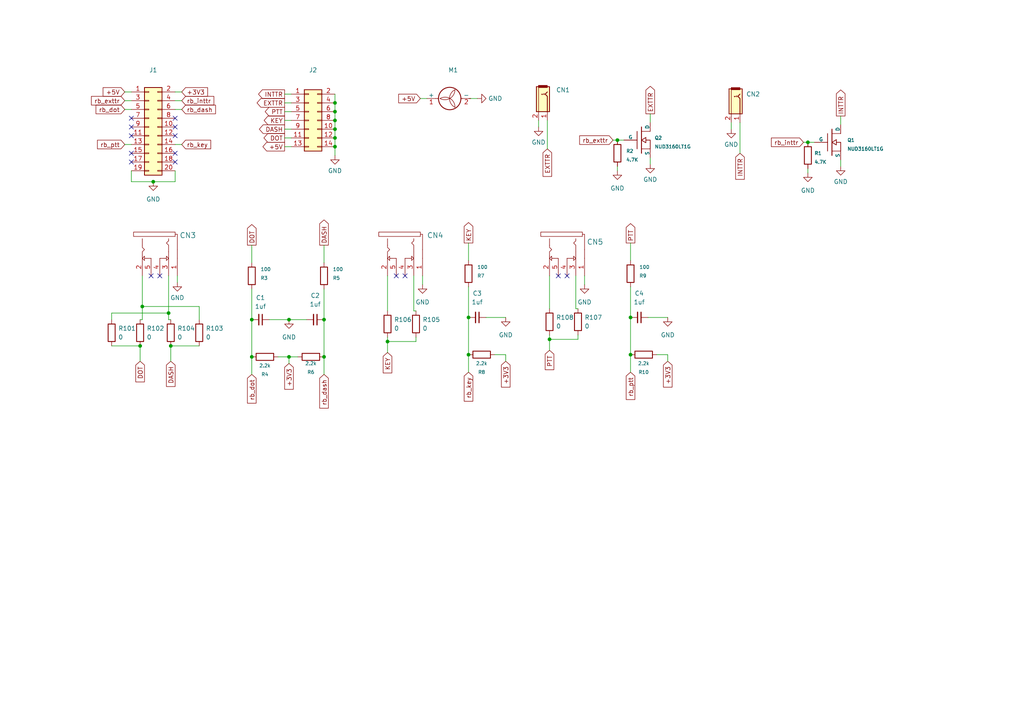
<source format=kicad_sch>
(kicad_sch (version 20211123) (generator eeschema)
  (paper "A4")
  (title_block (title "Radioberry 2 I/O") (date "2022-01-27") (rev "1.0") (company "KD9S"))
  (lib_symbols
    (symbol "Connector_Generic:Conn_02x07_Odd_Even" (pin_names (offset 1.016) hide)
      (property "Reference" "J" (at 1.27 10.16 0))
      (property "Value" "Conn_02x07_Odd_Even" (at 1.27 -10.16 0))
      (symbol "Conn_02x07_Odd_Even_1_1"
        (rectangle (start -1.27 -7.493) (end 0 -7.747) (stroke (width 0.1524)))
        (rectangle (start -1.27 -4.953) (end 0 -5.207) (stroke (width 0.1524)))
        (rectangle (start -1.27 -2.413) (end 0 -2.667) (stroke (width 0.1524)))
        (rectangle (start -1.27 0.127) (end 0 -0.127) (stroke (width 0.1524)))
        (rectangle (start -1.27 2.667) (end 0 2.413) (stroke (width 0.1524)))
        (rectangle (start -1.27 5.207) (end 0 4.953) (stroke (width 0.1524)))
        (rectangle (start -1.27 7.747) (end 0 7.493) (stroke (width 0.1524)))
        (rectangle (start -1.27 8.89) (end 3.81 -8.89) (stroke (width 0.254)) (fill (type background)))
        (rectangle (start 3.81 -7.493) (end 2.54 -7.747) (stroke (width 0.1524)))
        (rectangle (start 3.81 -4.953) (end 2.54 -5.207) (stroke (width 0.1524)))
        (rectangle (start 3.81 -2.413) (end 2.54 -2.667) (stroke (width 0.1524)))
        (rectangle (start 3.81 0.127) (end 2.54 -0.127) (stroke (width 0.1524)))
        (rectangle (start 3.81 2.667) (end 2.54 2.413) (stroke (width 0.1524)))
        (rectangle (start 3.81 5.207) (end 2.54 4.953) (stroke (width 0.1524)))
        (rectangle (start 3.81 7.747) (end 2.54 7.493) (stroke (width 0.1524)))
        (pin passive line (at -5.08 7.62 0) (length 3.81) (name "Pin_1") (number "1"))
        (pin passive line (at 7.62 -2.54 180) (length 3.81) (name "Pin_10") (number "10"))
        (pin passive line (at -5.08 -5.08 0) (length 3.81) (name "Pin_11") (number "11"))
        (pin passive line (at 7.62 -5.08 180) (length 3.81) (name "Pin_12") (number "12"))
        (pin passive line (at -5.08 -7.62 0) (length 3.81) (name "Pin_13") (number "13"))
        (pin passive line (at 7.62 -7.62 180) (length 3.81) (name "Pin_14") (number "14"))
        (pin passive line (at 7.62 7.62 180) (length 3.81) (name "Pin_2") (number "2"))
        (pin passive line (at -5.08 5.08 0) (length 3.81) (name "Pin_3") (number "3"))
        (pin passive line (at 7.62 5.08 180) (length 3.81) (name "Pin_4") (number "4"))
        (pin passive line (at -5.08 2.54 0) (length 3.81) (name "Pin_5") (number "5"))
        (pin passive line (at 7.62 2.54 180) (length 3.81) (name "Pin_6") (number "6"))
        (pin passive line (at -5.08 0 0) (length 3.81) (name "Pin_7") (number "7"))
        (pin passive line (at 7.62 0 180) (length 3.81) (name "Pin_8") (number "8"))
        (pin passive line (at -5.08 -2.54 0) (length 3.81) (name "Pin_9") (number "9"))
      )
    )
    (symbol "Connector_Generic:Conn_02x10_Odd_Even" (pin_names (offset 1.016) hide)
      (property "Reference" "J" (at 1.27 12.7 0))
      (property "Value" "Conn_02x10_Odd_Even" (at 1.27 -15.24 0))
      (symbol "Conn_02x10_Odd_Even_1_1"
        (rectangle (start -1.27 -12.573) (end 0 -12.827) (stroke (width 0.1524)))
        (rectangle (start -1.27 -10.033) (end 0 -10.287) (stroke (width 0.1524)))
        (rectangle (start -1.27 -7.493) (end 0 -7.747) (stroke (width 0.1524)))
        (rectangle (start -1.27 -4.953) (end 0 -5.207) (stroke (width 0.1524)))
        (rectangle (start -1.27 -2.413) (end 0 -2.667) (stroke (width 0.1524)))
        (rectangle (start -1.27 0.127) (end 0 -0.127) (stroke (width 0.1524)))
        (rectangle (start -1.27 2.667) (end 0 2.413) (stroke (width 0.1524)))
        (rectangle (start -1.27 5.207) (end 0 4.953) (stroke (width 0.1524)))
        (rectangle (start -1.27 7.747) (end 0 7.493) (stroke (width 0.1524)))
        (rectangle (start -1.27 10.287) (end 0 10.033) (stroke (width 0.1524)))
        (rectangle (start -1.27 11.43) (end 3.81 -13.97) (stroke (width 0.254)) (fill (type background)))
        (rectangle (start 3.81 -12.573) (end 2.54 -12.827) (stroke (width 0.1524)))
        (rectangle (start 3.81 -10.033) (end 2.54 -10.287) (stroke (width 0.1524)))
        (rectangle (start 3.81 -7.493) (end 2.54 -7.747) (stroke (width 0.1524)))
        (rectangle (start 3.81 -4.953) (end 2.54 -5.207) (stroke (width 0.1524)))
        (rectangle (start 3.81 -2.413) (end 2.54 -2.667) (stroke (width 0.1524)))
        (rectangle (start 3.81 0.127) (end 2.54 -0.127) (stroke (width 0.1524)))
        (rectangle (start 3.81 2.667) (end 2.54 2.413) (stroke (width 0.1524)))
        (rectangle (start 3.81 5.207) (end 2.54 4.953) (stroke (width 0.1524)))
        (rectangle (start 3.81 7.747) (end 2.54 7.493) (stroke (width 0.1524)))
        (rectangle (start 3.81 10.287) (end 2.54 10.033) (stroke (width 0.1524)))
        (pin passive line (at -5.08 10.16 0) (length 3.81) (name "Pin_1") (number "1"))
        (pin passive line (at 7.62 0 180) (length 3.81) (name "Pin_10") (number "10"))
        (pin passive line (at -5.08 -2.54 0) (length 3.81) (name "Pin_11") (number "11"))
        (pin passive line (at 7.62 -2.54 180) (length 3.81) (name "Pin_12") (number "12"))
        (pin passive line (at -5.08 -5.08 0) (length 3.81) (name "Pin_13") (number "13"))
        (pin passive line (at 7.62 -5.08 180) (length 3.81) (name "Pin_14") (number "14"))
        (pin passive line (at -5.08 -7.62 0) (length 3.81) (name "Pin_15") (number "15"))
        (pin passive line (at 7.62 -7.62 180) (length 3.81) (name "Pin_16") (number "16"))
        (pin passive line (at -5.08 -10.16 0) (length 3.81) (name "Pin_17") (number "17"))
        (pin passive line (at 7.62 -10.16 180) (length 3.81) (name "Pin_18") (number "18"))
        (pin passive line (at -5.08 -12.7 0) (length 3.81) (name "Pin_19") (number "19"))
        (pin passive line (at 7.62 10.16 180) (length 3.81) (name "Pin_2") (number "2"))
        (pin passive line (at 7.62 -12.7 180) (length 3.81) (name "Pin_20") (number "20"))
        (pin passive line (at -5.08 7.62 0) (length 3.81) (name "Pin_3") (number "3"))
        (pin passive line (at 7.62 7.62 180) (length 3.81) (name "Pin_4") (number "4"))
        (pin passive line (at -5.08 5.08 0) (length 3.81) (name "Pin_5") (number "5"))
        (pin passive line (at 7.62 5.08 180) (length 3.81) (name "Pin_6") (number "6"))
        (pin passive line (at -5.08 2.54 0) (length 3.81) (name "Pin_7") (number "7"))
        (pin passive line (at 7.62 2.54 180) (length 3.81) (name "Pin_8") (number "8"))
        (pin passive line (at -5.08 0 0) (length 3.81) (name "Pin_9") (number "9"))
      )
    )
    (symbol "Device:C_Small" (pin_numbers hide) (pin_names (offset 0.254) hide)
      (property "Reference" "C" (at 0.254 1.778 0))
      (property "Value" "C_Small" (at 0.254 -2.032 0))
      (symbol "C_Small_0_1"
        (polyline (pts (xy -1.524 -0.508) (xy 1.524 -0.508)) (stroke (width 0.3302)))
        (polyline (pts (xy -1.524 0.508) (xy 1.524 0.508)) (stroke (width 0.3048)))
      )
      (symbol "C_Small_1_1"
        (pin passive line (at 0 2.54 270) (length 2.032) (name "~") (number "1"))
        (pin passive line (at 0 -2.54 90) (length 2.032) (name "~") (number "2"))
      )
    )
    (symbol "Device:R" (pin_numbers hide) (pin_names (offset 0))
      (property "Reference" "R" (at 2.032 0 90))
      (property "Value" "R" (at 0 0 90))
      (symbol "R_0_1"
        (rectangle (start -1.016 -2.54) (end 1.016 2.54) (stroke (width 0.254)))
      )
      (symbol "R_1_1"
        (pin passive line (at 0 3.81 270) (length 1.27) (name "~") (number "1"))
        (pin passive line (at 0 -3.81 90) (length 1.27) (name "~") (number "2"))
      )
    )
    (symbol "Motor:Fan" (pin_names (offset 0))
      (property "Reference" "M" (at 2.54 5.08 0))
      (property "Value" "Fan" (at 2.54 -2.54 0))
      (symbol "Fan_0_1"
        (arc (start -2.54 -0.508) (mid -0.0014 0.9048) (end 0 3.81))
        (polyline (pts (xy 0 -5.08) (xy 0 -4.572)))
        (polyline (pts (xy 0 -2.2352) (xy 0 -2.6416)))
        (polyline (pts (xy 0 4.2672) (xy 0 4.6228)))
        (polyline (pts (xy 0 4.572) (xy 0 5.08)))
        (circle (center 0 1.016) (radius 3.2512) (stroke (width 0.254)))
        (arc (start 0 3.81) (mid 0.0468 0.9315) (end 2.54 -0.508))
        (arc (start 2.54 -0.508) (mid 0 1.0618) (end -2.54 -0.508))
      )
      (symbol "Fan_1_1"
        (pin passive line (at 0 7.62 270) (length 2.54) (name "+") (number "1"))
        (pin passive line (at 0 -5.08 90) (length 2.54) (name "-") (number "2"))
      )
    )
    (symbol "Radioberry-I-O:Audio-Jack-2" (pin_names (offset 1.016))
      (property "Reference" "J" (at -0.635 1.905 0))
      (property "Value" "Audio-Jack-2" (at -0.635 -4.445 0))
      (symbol "Audio-Jack-2_0_0"
        (text "1" (at -2.54 -1.27 0) (effects (font (size 0.762 0.762))))
      )
      (symbol "Audio-Jack-2_0_1"
        (rectangle (start -4.699 0.635) (end 2.54 -3.175) (stroke (width 0.254)) (fill (type background)))
        (rectangle (start -4.445 -2.54) (end -5.08 0) (fill (type outline)))
        (polyline (pts (xy 2.54 -2.54) (xy -5.08 -2.54)))
        (polyline (pts (xy 2.54 0) (xy -1.905 0) (xy -2.54 -0.635) (xy -3.175 0)) (stroke (width 0.254)))
      )
      (symbol "Audio-Jack-2_1_1"
        (pin passive line (at 5.08 0 180) (length 2.54) (name "~") (number "1"))
        (pin passive line (at 5.08 -2.54 180) (length 2.54) (name "~") (number "2"))
      )
    )
    (symbol "Radioberry-I-O:MOSFET_N" (pin_numbers hide) (pin_names (offset 0))
      (property "Reference" "Q202" (at 0 -5.08 0))
      (property "Value" "MOSFET_N" (at 0.635 5.08 0))
      (symbol "MOSFET_N_0_1"
        (polyline (pts (xy -1.27 -2.54) (xy -1.27 2.54)) (stroke (width 0.2032)))
        (polyline (pts (xy 0 -3.81) (xy 0 3.81)) (stroke (width 0.254)))
        (polyline (pts (xy 2.54 -2.54) (xy 0 -2.54)))
        (polyline (pts (xy 2.54 2.54) (xy 0 2.54)))
        (polyline (pts (xy 2.54 -2.54) (xy 2.54 0) (xy 1.27 0)) (stroke (width 0.2032)))
        (polyline (pts (xy 1.27 0.762) (xy 1.27 -0.762) (xy 0 0) (xy 1.27 0.762) (xy 1.27 0.762)) (stroke (width 0.2032)))
      )
      (symbol "MOSFET_N_1_1"
        (pin input line (at -5.08 0 0) (length 3.81) (name "G") (number "1"))
        (pin passive line (at 2.54 -5.08 90) (length 2.54) (name "S") (number "2"))
        (pin passive line (at 2.54 5.08 270) (length 2.54) (name "D") (number "3"))
      )
    )
    (symbol "Radioberry-I-O:RC0603FR-074K7L" (pin_numbers hide) (pin_names (offset 0))
      (property "Reference" "R216" (at -3.81 -0.635 0))
      (property "Value" "RC0603FR-074K7L" (at -0.1778 -0.0254 90))
      (symbol "RC0603FR-074K7L_0_1"
        (rectangle (start -1.016 -2.54) (end 1.016 2.54) (stroke (width 0.254)))
      )
      (symbol "RC0603FR-074K7L_1_1"
        (pin passive line (at 0 3.81 270) (length 1.27) (name "~") (number "1"))
        (pin passive line (at 0 -3.81 90) (length 1.27) (name "~") (number "2"))
      )
    )
    (symbol "Radioberry-I-O:STEREO" (pin_names (offset 1.016))
      (property "Reference" "CN" (at 0 0 0))
      (property "Value" "STEREO" (at 0 15.875 0))
      (symbol "STEREO_0_1"
        (polyline (pts (xy -5.08 10.16) (xy -5.715 10.16)))
        (polyline (pts (xy -3.81 2.54) (xy -5.715 2.54)))
        (polyline (pts (xy -2.54 12.7) (xy 0 12.7)))
        (polyline (pts (xy -1.905 10.16) (xy 0 10.16)))
        (polyline (pts (xy -0.635 2.54) (xy 0 2.54)))
        (polyline (pts (xy 0 3.81) (xy 0 5.08)))
        (polyline (pts (xy 0 8.89) (xy 0 7.62)))
        (polyline (pts (xy 0 9.525) (xy 0 8.89)))
        (polyline (pts (xy -5.08 10.16) (xy -4.445 9.525) (xy -3.81 10.16) (xy -1.905 10.16)))
        (polyline (pts (xy -0.635 2.54) (xy -1.905 2.54) (xy -2.54 3.175) (xy -3.175 2.54) (xy -3.81 2.54)))
        (polyline (pts (xy 0 10.16) (xy -0.635 9.525) (xy 0 9.525) (xy 0.635 9.525) (xy 0 10.16)))
        (polyline (pts (xy 0 3.81) (xy 0 3.175) (xy 0.635 3.175) (xy 0 2.54) (xy -0.635 3.175) (xy 0 3.175)))
        (polyline (pts (xy -2.54 12.7) (xy -6.35 12.7) (xy -6.985 12.7) (xy -6.985 12.065) (xy -6.35 12.065) (xy -6.35 0) (xy -6.985 0) (xy -7.62 0) (xy -7.62 12.065) (xy -6.985 12.065)))
      )
      (symbol "STEREO_1_1"
        (pin input line (at 5.08 12.7 180) (length 5.08) (name "~") (number "1"))
        (pin input line (at 5.08 2.54 180) (length 5.08) (name "~") (number "2"))
        (pin input line (at 5.08 10.16 180) (length 5.08) (name "~") (number "3"))
        (pin input line (at 5.08 7.62 180) (length 5.08) (name "~") (number "4"))
        (pin input line (at 5.08 5.08 180) (length 5.08) (name "~") (number "5"))
      )
    )
    (symbol "power:GND" (power) (pin_names (offset 0))
      (property "Value" "GND" (at 0 -3.81 0))
      (symbol "GND_0_1"
        (polyline (pts (xy 0 0) (xy 0 -1.27) (xy 1.27 -1.27) (xy 0 -2.54) (xy -1.27 -1.27) (xy 0 -1.27)))
      )
      (symbol "GND_1_1"
        (pin power_in line (at 0 0 270) (length 0) hide (name "GND") (number "1"))
      )
    )
  )
  (junction (at 159.385 98.425))
  (junction (at 97.155 42.545))
  (junction (at 97.155 37.465))
  (junction (at 135.89 102.87))
  (junction (at 112.395 99.06))
  (junction (at 97.155 29.845))
  (junction (at 49.53 100.33))
  (junction (at 93.98 92.71))
  (junction (at 97.155 40.005))
  (junction (at 97.155 32.385))
  (junction (at 182.88 92.075))
  (junction (at 83.82 92.71))
  (junction (at 83.82 103.505))
  (junction (at 182.88 102.87))
  (junction (at 40.64 100.33))
  (junction (at 73.025 103.505))
  (junction (at 41.275 88.9))
  (junction (at 44.45 52.705))
  (junction (at 234.315 41.275))
  (junction (at 48.895 90.805))
  (junction (at 179.07 40.64))
  (junction (at 97.155 34.925))
  (junction (at 135.89 92.075))
  (junction (at 93.98 103.505))
  (junction (at 73.025 92.71))
  (no_connect (at 38.1 34.29))
  (no_connect (at 38.1 46.99))
  (no_connect (at 38.1 44.45))
  (no_connect (at 38.1 39.37))
  (no_connect (at 38.1 36.83))
  (no_connect (at 50.8 46.99))
  (no_connect (at 50.8 44.45))
  (no_connect (at 50.8 36.83))
  (no_connect (at 50.8 39.37))
  (no_connect (at 50.8 34.29))
  (no_connect (at 43.815 80.01))
  (no_connect (at 46.355 80.01))
  (no_connect (at 161.925 80.01))
  (no_connect (at 164.465 80.01))
  (no_connect (at 117.475 80.01))
  (no_connect (at 114.935 80.01))
  (wire (pts (xy 156.21 34.925) (xy 156.21 36.83)))
  (wire (pts (xy 120.015 90.17) (xy 120.65 90.17)))
  (wire (pts (xy 167.64 98.425) (xy 159.385 98.425)))
  (wire (pts (xy 82.55 37.465) (xy 84.455 37.465)))
  (wire (pts (xy 97.155 42.545) (xy 97.155 45.085)))
  (wire (pts (xy 214.63 35.56) (xy 214.63 44.45)))
  (wire (pts (xy 38.1 49.53) (xy 38.1 52.705)))
  (wire (pts (xy 40.64 100.33) (xy 40.64 104.775)))
  (wire (pts (xy 32.385 100.33) (xy 40.64 100.33)))
  (wire (pts (xy 169.545 80.01) (xy 169.545 82.55)))
  (wire (pts (xy 234.315 41.275) (xy 236.22 41.275)))
  (wire (pts (xy 57.785 88.9) (xy 41.275 88.9)))
  (wire (pts (xy 120.65 97.79) (xy 120.65 99.06)))
  (wire (pts (xy 82.55 27.305) (xy 84.455 27.305)))
  (wire (pts (xy 122.555 80.01) (xy 122.555 82.55)))
  (wire (pts (xy 97.155 29.845) (xy 97.155 32.385)))
  (wire (pts (xy 188.595 45.72) (xy 188.595 47.625)))
  (wire (pts (xy 57.785 92.71) (xy 57.785 88.9)))
  (wire (pts (xy 179.07 40.64) (xy 180.975 40.64)))
  (wire (pts (xy 135.89 83.185) (xy 135.89 92.075)))
  (wire (pts (xy 73.025 83.82) (xy 73.025 92.71)))
  (wire (pts (xy 41.275 88.9) (xy 41.275 92.71)))
  (wire (pts (xy 49.53 100.33) (xy 57.785 100.33)))
  (wire (pts (xy 83.82 103.505) (xy 83.82 105.41)))
  (wire (pts (xy 38.1 52.705) (xy 44.45 52.705)))
  (wire (pts (xy 158.75 34.925) (xy 158.75 43.18)))
  (wire (pts (xy 182.88 83.185) (xy 182.88 92.075)))
  (wire (pts (xy 50.8 31.75) (xy 52.705 31.75)))
  (wire (pts (xy 78.105 92.71) (xy 83.82 92.71)))
  (wire (pts (xy 32.385 92.71) (xy 32.385 90.805)))
  (wire (pts (xy 97.155 40.005) (xy 97.155 42.545)))
  (wire (pts (xy 93.98 83.82) (xy 93.98 92.71)))
  (wire (pts (xy 48.895 90.805) (xy 48.895 92.71)))
  (wire (pts (xy 73.025 103.505) (xy 73.025 108.585)))
  (wire (pts (xy 112.395 80.01) (xy 112.395 90.17)))
  (wire (pts (xy 97.155 37.465) (xy 97.155 40.005)))
  (wire (pts (xy 41.275 92.71) (xy 40.64 92.71)))
  (wire (pts (xy 177.8 40.64) (xy 179.07 40.64)))
  (wire (pts (xy 146.685 102.87) (xy 146.685 104.775)))
  (wire (pts (xy 179.07 48.26) (xy 179.07 49.53)))
  (wire (pts (xy 93.98 103.505) (xy 93.98 108.585)))
  (wire (pts (xy 82.55 40.005) (xy 84.455 40.005)))
  (wire (pts (xy 82.55 34.925) (xy 84.455 34.925)))
  (wire (pts (xy 182.88 70.485) (xy 182.88 75.565)))
  (wire (pts (xy 182.88 102.87) (xy 182.88 107.95)))
  (wire (pts (xy 243.84 46.355) (xy 243.84 48.26)))
  (wire (pts (xy 135.89 102.87) (xy 135.89 107.95)))
  (wire (pts (xy 187.96 92.075) (xy 193.675 92.075)))
  (wire (pts (xy 49.53 100.33) (xy 49.53 104.775)))
  (wire (pts (xy 41.275 80.01) (xy 41.275 88.9)))
  (wire (pts (xy 190.5 102.87) (xy 193.675 102.87)))
  (wire (pts (xy 36.195 31.75) (xy 38.1 31.75)))
  (wire (pts (xy 93.98 71.12) (xy 93.98 76.2)))
  (wire (pts (xy 50.8 49.53) (xy 50.8 52.705)))
  (wire (pts (xy 159.385 98.425) (xy 159.385 101.6)))
  (wire (pts (xy 97.155 34.925) (xy 97.155 37.465)))
  (wire (pts (xy 135.89 70.485) (xy 135.89 75.565)))
  (wire (pts (xy 36.195 26.67) (xy 38.1 26.67)))
  (wire (pts (xy 48.895 92.71) (xy 49.53 92.71)))
  (wire (pts (xy 182.88 92.075) (xy 182.88 102.87)))
  (wire (pts (xy 159.385 80.01) (xy 159.385 89.535)))
  (wire (pts (xy 82.55 29.845) (xy 84.455 29.845)))
  (wire (pts (xy 233.045 41.275) (xy 234.315 41.275)))
  (wire (pts (xy 97.155 27.305) (xy 97.155 29.845)))
  (wire (pts (xy 159.385 97.155) (xy 159.385 98.425)))
  (wire (pts (xy 212.09 35.56) (xy 212.09 37.465)))
  (wire (pts (xy 167.005 80.01) (xy 167.005 89.535)))
  (wire (pts (xy 112.395 97.79) (xy 112.395 99.06)))
  (wire (pts (xy 143.51 102.87) (xy 146.685 102.87)))
  (wire (pts (xy 48.895 80.01) (xy 48.895 90.805)))
  (wire (pts (xy 120.015 80.01) (xy 120.015 90.17)))
  (wire (pts (xy 97.155 32.385) (xy 97.155 34.925)))
  (wire (pts (xy 140.97 92.075) (xy 146.685 92.075)))
  (wire (pts (xy 36.195 29.21) (xy 38.1 29.21)))
  (wire (pts (xy 167.64 97.155) (xy 167.64 98.425)))
  (wire (pts (xy 73.025 92.71) (xy 73.025 103.505)))
  (wire (pts (xy 44.45 52.705) (xy 50.8 52.705)))
  (wire (pts (xy 112.395 99.06) (xy 112.395 102.235)))
  (wire (pts (xy 193.675 102.87) (xy 193.675 104.775)))
  (wire (pts (xy 93.98 92.71) (xy 93.98 103.505)))
  (wire (pts (xy 234.315 48.895) (xy 234.315 50.165)))
  (wire (pts (xy 167.005 89.535) (xy 167.64 89.535)))
  (wire (pts (xy 32.385 90.805) (xy 48.895 90.805)))
  (wire (pts (xy 73.025 71.12) (xy 73.025 76.2)))
  (wire (pts (xy 50.8 41.91) (xy 52.705 41.91)))
  (wire (pts (xy 50.8 29.21) (xy 52.705 29.21)))
  (wire (pts (xy 83.82 92.71) (xy 88.9 92.71)))
  (wire (pts (xy 135.89 92.075) (xy 135.89 102.87)))
  (wire (pts (xy 36.195 41.91) (xy 38.1 41.91)))
  (wire (pts (xy 51.435 80.01) (xy 51.435 81.915)))
  (wire (pts (xy 121.92 28.575) (xy 123.825 28.575)))
  (wire (pts (xy 120.65 99.06) (xy 112.395 99.06)))
  (wire (pts (xy 82.55 42.545) (xy 84.455 42.545)))
  (wire (pts (xy 83.82 103.505) (xy 86.36 103.505)))
  (wire (pts (xy 136.525 28.575) (xy 138.43 28.575)))
  (wire (pts (xy 80.645 103.505) (xy 83.82 103.505)))
  (wire (pts (xy 243.84 33.655) (xy 243.84 36.195)))
  (wire (pts (xy 82.55 32.385) (xy 84.455 32.385)))
  (wire (pts (xy 188.595 33.02) (xy 188.595 35.56)))
  (wire (pts (xy 50.8 26.67) (xy 52.705 26.67)))
  (global_label "rb_ptt" (shape input) (at 36.195 41.91 180) (property "Intersheet References" "${INTERSHEET_REFS}" (effects hide)))
  (global_label "rb_exttr" (shape input) (at 36.195 29.21 180) (property "Intersheet References" "${INTERSHEET_REFS}" (effects hide)))
  (global_label "+3V3" (shape input) (at 83.82 105.41 270) (property "Intersheet References" "${INTERSHEET_REFS}" (effects hide)))
  (global_label "rb_key" (shape input) (at 52.705 41.91 0) (property "Intersheet References" "${INTERSHEET_REFS}" (effects hide)))
  (global_label "+5V" (shape input) (at 36.195 26.67 180) (property "Intersheet References" "${INTERSHEET_REFS}" (effects hide)))
  (global_label "PTT" (shape input) (at 159.385 101.6 270) (property "Intersheet References" "${INTERSHEET_REFS}" (effects hide)))
  (global_label "rb_key" (shape input) (at 135.89 107.95 270) (property "Intersheet References" "${INTERSHEET_REFS}" (effects hide)))
  (global_label "+3V3" (shape input) (at 193.675 104.775 270) (property "Intersheet References" "${INTERSHEET_REFS}" (effects hide)))
  (global_label "rb_inttr" (shape input) (at 233.045 41.275 180) (property "Intersheet References" "${INTERSHEET_REFS}" (effects hide)))
  (global_label "KEY" (shape output) (at 82.55 34.925 180) (property "Intersheet References" "${INTERSHEET_REFS}" (effects hide)))
  (global_label "+3V3" (shape input) (at 52.705 26.67 0) (property "Intersheet References" "${INTERSHEET_REFS}" (effects hide)))
  (global_label "PTT" (shape output) (at 182.88 70.485 90) (property "Intersheet References" "${INTERSHEET_REFS}" (effects hide)))
  (global_label "rb_dash" (shape input) (at 52.705 31.75 0) (property "Intersheet References" "${INTERSHEET_REFS}" (effects hide)))
  (global_label "rb_inttr" (shape input) (at 52.705 29.21 0) (property "Intersheet References" "${INTERSHEET_REFS}" (effects hide)))
  (global_label "INTTR" (shape output) (at 243.84 33.655 90) (property "Intersheet References" "${INTERSHEET_REFS}" (effects hide)))
  (global_label "rb_dot" (shape input) (at 36.195 31.75 180) (property "Intersheet References" "${INTERSHEET_REFS}" (effects hide)))
  (global_label "DOT" (shape output) (at 73.025 71.12 90) (property "Intersheet References" "${INTERSHEET_REFS}" (effects hide)))
  (global_label "EXTTR" (shape output) (at 82.55 29.845 180) (property "Intersheet References" "${INTERSHEET_REFS}" (effects hide)))
  (global_label "KEY" (shape input) (at 112.395 102.235 270) (property "Intersheet References" "${INTERSHEET_REFS}" (effects hide)))
  (global_label "PTT" (shape output) (at 82.55 32.385 180) (property "Intersheet References" "${INTERSHEET_REFS}" (effects hide)))
  (global_label "rb_ptt" (shape input) (at 182.88 107.95 270) (property "Intersheet References" "${INTERSHEET_REFS}" (effects hide)))
  (global_label "EXTTR" (shape input) (at 158.75 43.18 270) (property "Intersheet References" "${INTERSHEET_REFS}" (effects hide)))
  (global_label "KEY" (shape output) (at 135.89 70.485 90) (property "Intersheet References" "${INTERSHEET_REFS}" (effects hide)))
  (global_label "EXTTR" (shape output) (at 188.595 33.02 90) (property "Intersheet References" "${INTERSHEET_REFS}" (effects hide)))
  (global_label "DASH" (shape output) (at 82.55 37.465 180) (property "Intersheet References" "${INTERSHEET_REFS}" (effects hide)))
  (global_label "DASH" (shape input) (at 49.53 104.775 270) (property "Intersheet References" "${INTERSHEET_REFS}" (effects hide)))
  (global_label "DOT" (shape output) (at 82.55 40.005 180) (property "Intersheet References" "${INTERSHEET_REFS}" (effects hide)))
  (global_label "+5V" (shape output) (at 82.55 42.545 180) (property "Intersheet References" "${INTERSHEET_REFS}" (effects hide)))
  (global_label "rb_dot" (shape input) (at 73.025 108.585 270) (property "Intersheet References" "${INTERSHEET_REFS}" (effects hide)))
  (global_label "rb_dash" (shape input) (at 93.98 108.585 270) (property "Intersheet References" "${INTERSHEET_REFS}" (effects hide)))
  (global_label "rb_exttr" (shape input) (at 177.8 40.64 180) (property "Intersheet References" "${INTERSHEET_REFS}" (effects hide)))
  (global_label "DOT" (shape input) (at 40.64 104.775 270) (property "Intersheet References" "${INTERSHEET_REFS}" (effects hide)))
  (global_label "INTTR" (shape input) (at 214.63 44.45 270) (property "Intersheet References" "${INTERSHEET_REFS}" (effects hide)))
  (global_label "+3V3" (shape input) (at 146.685 104.775 270) (property "Intersheet References" "${INTERSHEET_REFS}" (effects hide)))
  (global_label "DASH" (shape output) (at 93.98 71.12 90) (property "Intersheet References" "${INTERSHEET_REFS}" (effects hide)))
  (global_label "+5V" (shape input) (at 121.92 28.575 180) (property "Intersheet References" "${INTERSHEET_REFS}" (effects hide)))
  (global_label "INTTR" (shape output) (at 82.55 27.305 180) (property "Intersheet References" "${INTERSHEET_REFS}" (effects hide)))
  (symbol (lib_id "Radioberry-I-O:RC0603FR-074K7L") (at 234.315 45.085 0) (unit 1)
    (property "Reference" "R1" (at 236.22 44.4499 0) (effects (font (size 0.9906 0.9906)) (justify left)))
    (property "Value" "4.7K" (at 236.22 46.9899 0) (effects (font (size 0.9906 0.9906)) (justify left)))
    (property "Footprint" "Resistor_SMD:R_0603_1608Metric" (effects hide))
    (property "Datasheet" "https://www.yageo.com/upload/media/product/productsearch/datasheet/rchip/PYu-RC_Group_51_RoHS_L_11.pdf" (effects hide))
    (property "Part Number" "RC0603FR-074K7L" (effects hide))
  )
  (symbol (lib_id "Radioberry-I-O:STEREO") (at 109.855 74.93 270) (unit 1)
    (property "Reference" "CN4" (at 123.825 68.2625 90) (effects (font (size 1.524 1.524)) (justify left)))
    (property "Value" "3.5mm stereo jack" (effects hide))
    (property "Footprint" "Radioberry-I-O:STEREO" (effects hide))
    (property "Datasheet" "https://www.cuidevices.com/product/resource/sj1-352xn.pdf" (effects hide))
    (property "Part Number" "SJ1-3525N" (effects hide))
  )
  (symbol (lib_id "power:GND") (at 234.315 50.165 0) (unit 1)
    (property "Reference" "#PWR0108" (effects hide))
    (property "Value" "GND" (at 234.315 55.245 0))
  )
  (symbol (lib_id "power:GND") (at 179.07 49.53 0) (unit 1)
    (property "Reference" "#PWR0110" (effects hide))
    (property "Value" "GND" (at 179.07 54.61 0))
  )
  (symbol (lib_id "power:GND") (at 156.21 36.83 0) (unit 1)
    (property "Reference" "#PWR0105" (effects hide))
    (property "Value" "GND" (at 156.21 41.275 0))
  )
  (symbol (lib_id "power:GND") (at 212.09 37.465 0) (unit 1)
    (property "Reference" "#PWR0104" (effects hide))
    (property "Value" "GND" (at 212.09 41.91 0))
  )
  (symbol (lib_id "power:GND") (at 188.595 47.625 0) (unit 1)
    (property "Reference" "#PWR0109" (effects hide))
    (property "Value" "GND" (at 188.595 52.07 0))
  )
  (symbol (lib_id "Device:R") (at 32.385 96.52 0) (unit 1)
    (property "Reference" "R101" (at 34.29 95.2499 0) (effects (justify left)))
    (property "Value" "0" (at 34.29 97.7899 0) (effects (justify left)))
    (property "Footprint" "Resistor_SMD:R_0603_1608Metric" (effects hide))
    (property "Datasheet" "https://www.yageo.com/upload/media/product/productsearch/datasheet/rchip/PYu-RC_Group_51_RoHS_L_11.pdf" (effects hide))
    (property "Part Number" "RC0603JR-130RL" (effects hide))
  )
  (symbol (lib_id "Device:R") (at 49.53 96.52 0) (unit 1)
    (property "Reference" "R104" (at 51.435 95.2499 0) (effects (justify left)))
    (property "Value" "0" (at 51.435 97.7899 0) (effects (justify left)))
    (property "Footprint" "Resistor_SMD:R_0603_1608Metric" (effects hide))
    (property "Datasheet" "https://www.yageo.com/upload/media/product/productsearch/datasheet/rchip/PYu-RC_Group_51_RoHS_L_11.pdf" (effects hide))
    (property "Part Number" "RC0603JR-130RL" (effects hide))
  )
  (symbol (lib_id "Connector_Generic:Conn_02x10_Odd_Even") (at 43.18 36.83 0) (unit 1)
    (property "Reference" "J1" (at 44.45 20.32 0))
    (property "Value" "2x10 female header 2.54mm" (effects hide))
    (property "Footprint" "Connector_PinSocket_2.54mm:PinSocket_2x10_P2.54mm_Vertical" (effects hide))
    (property "Datasheet" "https://cdn.amphenol-icc.com/media/wysiwyg/files/drawing/76342.pdf" (effects hide))
    (property "Part Number" "76342-310LF" (effects hide))
  )
  (symbol (lib_id "Radioberry-I-O:MOSFET_N") (at 241.3 41.275 0) (unit 1)
    (property "Reference" "Q1" (at 245.745 40.6399 0) (effects (font (size 0.9906 0.9906)) (justify left)))
    (property "Value" "NUD3160LT1G" (at 245.745 43.1799 0) (effects (font (size 0.9906 0.9906)) (justify left)))
    (property "Footprint" "Radioberry-I-O:SOT23_3" (effects hide))
    (property "Datasheet" "https://www.onsemi.com/pdf/datasheet/nud3160-d.pdf" (effects hide))
    (property "Part Number" "NUD3160LT1G" (effects hide))
  )
  (symbol (lib_id "Radioberry-I-O:STEREO") (at 156.845 74.93 270) (unit 1)
    (property "Reference" "CN5" (at 170.18 70.1675 90) (effects (font (size 1.524 1.524)) (justify left)))
    (property "Value" "3.5mm stereo jack" (effects hide))
    (property "Footprint" "Radioberry-I-O:STEREO" (effects hide))
    (property "Datasheet" "https://www.cuidevices.com/product/resource/sj1-352xn.pdf" (effects hide))
    (property "Part Number" "SJ1-3525N" (effects hide))
  )
  (symbol (lib_id "Device:R") (at 186.69 102.87 90) (mirror x) (unit 1)
    (property "Reference" "R10" (at 186.69 107.95 90) (effects (font (size 0.9906 0.9906))))
    (property "Value" "2.2k" (at 186.69 105.41 90) (effects (font (size 0.9906 0.9906))))
    (property "Footprint" "Resistor_SMD:R_0603_1608Metric" (effects hide))
    (property "Datasheet" "https://www.yageo.com/upload/media/product/productsearch/datasheet/rchip/PYu-RC_Group_51_RoHS_L_11.pdf" (effects hide))
    (property "Part Number" "RC0603FR-072K2L" (effects hide))
  )
  (symbol (lib_id "Device:R") (at 90.17 103.505 90) (mirror x) (unit 1)
    (property "Reference" "R6" (at 90.17 107.95 90) (effects (font (size 0.9906 0.9906))))
    (property "Value" "2.2k" (at 90.17 105.41 90) (effects (font (size 0.9906 0.9906))))
    (property "Footprint" "Resistor_SMD:R_0603_1608Metric" (effects hide))
    (property "Datasheet" "https://www.yageo.com/upload/media/product/productsearch/datasheet/rchip/PYu-RC_Group_51_RoHS_L_11.pdf" (effects hide))
    (property "Part Number" "RC0603FR-072K2L" (effects hide))
  )
  (symbol (lib_id "Device:R") (at 93.98 80.01 0) (mirror x) (unit 1)
    (property "Reference" "R5" (at 96.52 80.6451 0) (effects (font (size 0.9906 0.9906)) (justify left)))
    (property "Value" "100" (at 96.52 78.1051 0) (effects (font (size 0.9906 0.9906)) (justify left)))
    (property "Footprint" "Resistor_SMD:R_0603_1608Metric" (effects hide))
    (property "Datasheet" "https://www.yageo.com/upload/media/product/productsearch/datasheet/rchip/PYu-AC_51_RoHS_L_8.pdf" (effects hide))
    (property "Part Number" "AC0603FR-07100RL" (effects hide))
  )
  (symbol (lib_id "Radioberry-I-O:RC0603FR-074K7L") (at 179.07 44.45 0) (unit 1)
    (property "Reference" "R2" (at 181.61 43.8149 0) (effects (font (size 0.9906 0.9906)) (justify left)))
    (property "Value" "4.7K" (at 181.61 46.3549 0) (effects (font (size 0.9906 0.9906)) (justify left)))
    (property "Footprint" "Resistor_SMD:R_0603_1608Metric" (effects hide))
    (property "Datasheet" "https://www.yageo.com/upload/media/product/productsearch/datasheet/rchip/PYu-RC_Group_51_RoHS_L_11.pdf" (effects hide))
    (property "Part Number" "RC0603FR-074K7L" (effects hide))
  )
  (symbol (lib_id "Device:R") (at 76.835 103.505 90) (mirror x) (unit 1)
    (property "Reference" "R4" (at 76.835 108.585 90) (effects (font (size 0.9906 0.9906))))
    (property "Value" "2.2k" (at 76.835 106.045 90) (effects (font (size 0.9906 0.9906))))
    (property "Footprint" "Resistor_SMD:R_0603_1608Metric" (effects hide))
    (property "Datasheet" "https://www.yageo.com/upload/media/product/productsearch/datasheet/rchip/PYu-RC_Group_51_RoHS_L_11.pdf" (effects hide))
    (property "Part Number" "RC0603FR-072K2L" (effects hide))
  )
  (symbol (lib_id "Motor:Fan") (at 131.445 28.575 90) (unit 1)
    (property "Reference" "M1" (at 131.445 20.32 90))
    (property "Value" "30mm Fan" (effects hide))
    (property "Footprint" "HL2 hiflow rear endcap:fan30_big_hole" (effects hide))
    (property "Datasheet" "https://www.mechatronics.com/pdf/MR3010.pdf" (effects hide))
    (property "Part Number" "MR3010H05B-RSR" (effects hide))
  )
  (symbol (lib_id "Device:R") (at 112.395 93.98 0) (unit 1)
    (property "Reference" "R106" (at 114.3 92.7099 0) (effects (justify left)))
    (property "Value" "0" (at 114.3 95.2499 0) (effects (justify left)))
    (property "Footprint" "Resistor_SMD:R_0603_1608Metric" (effects hide))
    (property "Datasheet" "https://www.yageo.com/upload/media/product/productsearch/datasheet/rchip/PYu-RC_Group_51_RoHS_L_11.pdf" (effects hide))
    (property "Part Number" "RC0603JR-130RL" (effects hide))
  )
  (symbol (lib_id "Device:R") (at 135.89 79.375 0) (mirror x) (unit 1)
    (property "Reference" "R7" (at 138.43 80.0101 0) (effects (font (size 0.9906 0.9906)) (justify left)))
    (property "Value" "100" (at 138.43 77.4701 0) (effects (font (size 0.9906 0.9906)) (justify left)))
    (property "Footprint" "Resistor_SMD:R_0603_1608Metric" (effects hide))
    (property "Datasheet" "https://www.yageo.com/upload/media/product/productsearch/datasheet/rchip/PYu-AC_51_RoHS_L_8.pdf" (effects hide))
    (property "Part Number" "AC0603FR-07100RL" (effects hide))
  )
  (symbol (lib_id "power:GND") (at 243.84 48.26 0) (unit 1)
    (property "Reference" "#PWR0107" (effects hide))
    (property "Value" "GND" (at 243.84 52.705 0))
  )
  (symbol (lib_id "Device:C_Small") (at 185.42 92.075 270) (mirror x) (unit 1)
    (property "Reference" "C4" (at 185.4136 85.09 90))
    (property "Value" "1uf" (at 185.4136 87.63 90))
    (property "Footprint" "Capacitor_SMD:C_0603_1608Metric" (effects hide))
    (property "Datasheet" "https://search.murata.co.jp/Ceramy/image/img/A01X/G101/ENG/GRM188R61E105KAAD-01.pdf" (effects hide))
    (property "Part Number" "GRM188R61E105KAADD" (effects hide))
  )
  (symbol (lib_id "Device:R") (at 167.64 93.345 0) (unit 1)
    (property "Reference" "R107" (at 169.545 92.0749 0) (effects (justify left)))
    (property "Value" "0" (at 169.545 94.6149 0) (effects (justify left)))
    (property "Footprint" "Resistor_SMD:R_0603_1608Metric" (effects hide))
    (property "Datasheet" "https://www.yageo.com/upload/media/product/productsearch/datasheet/rchip/PYu-RC_Group_51_RoHS_L_11.pdf" (effects hide))
    (property "Part Number" "RC0603JR-130RL" (effects hide))
  )
  (symbol (lib_id "power:GND") (at 193.675 92.075 0) (unit 1)
    (property "Reference" "#PWR0114" (effects hide))
    (property "Value" "GND" (at 193.675 97.155 0))
  )
  (symbol (lib_id "Device:C_Small") (at 138.43 92.075 270) (mirror x) (unit 1)
    (property "Reference" "C3" (at 138.4236 85.09 90))
    (property "Value" "1uf" (at 138.4236 87.63 90))
    (property "Footprint" "Capacitor_SMD:C_0603_1608Metric" (effects hide))
    (property "Datasheet" "https://search.murata.co.jp/Ceramy/image/img/A01X/G101/ENG/GRM188R61E105KAAD-01.pdf" (effects hide))
    (property "Part Number" "GRM188R61E105KAADD" (effects hide))
  )
  (symbol (lib_id "Device:R") (at 73.025 80.01 0) (mirror x) (unit 1)
    (property "Reference" "R3" (at 75.565 80.6451 0) (effects (font (size 0.9906 0.9906)) (justify left)))
    (property "Value" "100" (at 75.565 78.1051 0) (effects (font (size 0.9906 0.9906)) (justify left)))
    (property "Footprint" "Resistor_SMD:R_0603_1608Metric" (effects hide))
    (property "Datasheet" "https://www.yageo.com/upload/media/product/productsearch/datasheet/rchip/PYu-AC_51_RoHS_L_8.pdf" (effects hide))
    (property "Part Number" "AC0603FR-07100RL" (effects hide))
  )
  (symbol (lib_id "Device:R") (at 120.65 93.98 0) (unit 1)
    (property "Reference" "R105" (at 122.555 92.7099 0) (effects (justify left)))
    (property "Value" "0" (at 122.555 95.2499 0) (effects (justify left)))
    (property "Footprint" "Resistor_SMD:R_0603_1608Metric" (effects hide))
    (property "Datasheet" "https://www.yageo.com/upload/media/product/productsearch/datasheet/rchip/PYu-RC_Group_51_RoHS_L_11.pdf" (effects hide))
    (property "Part Number" "RC0603JR-130RL" (effects hide))
  )
  (symbol (lib_id "power:GND") (at 122.555 82.55 0) (unit 1)
    (property "Reference" "#PWR0112" (effects hide))
    (property "Value" "GND" (at 122.555 87.63 0))
  )
  (symbol (lib_id "power:GND") (at 146.685 92.075 0) (unit 1)
    (property "Reference" "#PWR0113" (effects hide))
    (property "Value" "GND" (at 146.685 97.155 0))
  )
  (symbol (lib_id "Device:C_Small") (at 75.565 92.71 270) (mirror x) (unit 1)
    (property "Reference" "C1" (at 75.5586 86.36 90))
    (property "Value" "1uf" (at 75.5586 88.9 90))
    (property "Footprint" "Capacitor_SMD:C_0603_1608Metric" (effects hide))
    (property "Datasheet" "https://search.murata.co.jp/Ceramy/image/img/A01X/G101/ENG/GRM188R61E105KAAD-01.pdf" (effects hide))
    (property "Part Number" "GRM188R61E105KAADD" (effects hide))
  )
  (symbol (lib_id "Radioberry-I-O:MOSFET_N") (at 186.055 40.64 0) (unit 1)
    (property "Reference" "Q2" (at 189.865 40.0049 0) (effects (font (size 0.9906 0.9906)) (justify left)))
    (property "Value" "NUD3160LT1G" (at 189.865 42.5449 0) (effects (font (size 0.9906 0.9906)) (justify left)))
    (property "Footprint" "Radioberry-I-O:SOT23_3" (effects hide))
    (property "Datasheet" "https://www.onsemi.com/pdf/datasheet/nud3160-d.pdf" (effects hide))
    (property "Part Number" "NUD3160LT1G" (effects hide))
  )
  (symbol (lib_id "power:GND") (at 44.45 52.705 0) (unit 1)
    (property "Reference" "#PWR0101" (effects hide))
    (property "Value" "GND" (at 44.45 57.785 0))
  )
  (symbol (lib_id "Device:R") (at 182.88 79.375 0) (mirror x) (unit 1)
    (property "Reference" "R9" (at 185.42 80.0101 0) (effects (font (size 0.9906 0.9906)) (justify left)))
    (property "Value" "100" (at 185.42 77.4701 0) (effects (font (size 0.9906 0.9906)) (justify left)))
    (property "Footprint" "Resistor_SMD:R_0603_1608Metric" (effects hide))
    (property "Datasheet" "https://www.yageo.com/upload/media/product/productsearch/datasheet/rchip/PYu-AC_51_RoHS_L_8.pdf" (effects hide))
    (property "Part Number" "AC0603FR-07100RL" (effects hide))
  )
  (symbol (lib_id "Radioberry-I-O:Audio-Jack-2") (at 214.63 30.48 270) (unit 1)
    (property "Reference" "CN2" (at 218.44 27.305 90))
    (property "Value" "RCA Jack" (effects hide))
    (property "Footprint" "Radioberry-I-O:PhonoRcaRCJ-04x" (effects hide))
    (property "Datasheet" "https://www.cuidevices.com/product/resource/rcj-04x.pdf" (effects hide))
    (property "Part Number" "RCJ-041" (effects hide))
  )
  (symbol (lib_id "Connector_Generic:Conn_02x07_Odd_Even") (at 89.535 34.925 0) (unit 1)
    (property "Reference" "J2" (at 90.805 20.32 0))
    (property "Value" "2x7 male header 2.54mm" (effects hide))
    (property "Footprint" "Connector_PinHeader_2.54mm:PinHeader_2x07_P2.54mm_Vertical" (effects hide))
    (property "Datasheet" "https://cdn.amphenol-icc.com/media/wysiwyg/files/drawing/67996.pdf" (effects hide))
    (property "Part Number" "67996-114HLF" (effects hide))
  )
  (symbol (lib_id "Device:C_Small") (at 91.44 92.71 270) (unit 1)
    (property "Reference" "C2" (at 91.4336 85.725 90))
    (property "Value" "1uf" (at 91.4336 88.265 90))
    (property "Footprint" "Capacitor_SMD:C_0603_1608Metric" (effects hide))
    (property "Datasheet" "https://search.murata.co.jp/Ceramy/image/img/A01X/G101/ENG/GRM188R61E105KAAD-01.pdf" (effects hide))
    (property "Part Number" "GRM188R61E105KAADD" (effects hide))
  )
  (symbol (lib_id "power:GND") (at 83.82 92.71 0) (unit 1)
    (property "Reference" "#PWR0111" (effects hide))
    (property "Value" "GND" (at 83.82 97.79 0))
  )
  (symbol (lib_id "Radioberry-I-O:STEREO") (at 38.735 74.93 270) (unit 1)
    (property "Reference" "CN3" (at 52.07 68.2625 90) (effects (font (size 1.524 1.524)) (justify left)))
    (property "Value" "3.5mm stereo jack" (effects hide))
    (property "Footprint" "Radioberry-I-O:STEREO" (effects hide))
    (property "Datasheet" "https://www.cuidevices.com/product/resource/sj1-352xn.pdf" (effects hide))
    (property "Part Number" "SJ1-3525N" (effects hide))
  )
  (symbol (lib_id "power:GND") (at 97.155 45.085 0) (unit 1)
    (property "Reference" "#PWR0102" (effects hide))
    (property "Value" "GND" (at 97.155 49.53 0))
  )
  (symbol (lib_id "power:GND") (at 169.545 82.55 0) (unit 1)
    (property "Reference" "#PWR0115" (effects hide))
    (property "Value" "GND" (at 169.545 87.63 0))
  )
  (symbol (lib_id "Radioberry-I-O:Audio-Jack-2") (at 158.75 29.845 270) (unit 1)
    (property "Reference" "CN1" (at 161.29 26.0984 90) (effects (justify left)))
    (property "Value" "RCA Jack" (effects hide))
    (property "Footprint" "Radioberry-I-O:PhonoRcaRCJ-04x" (effects hide))
    (property "Datasheet" "https://www.cuidevices.com/product/resource/rcj-04x.pdf" (effects hide))
    (property "Part Number" "RCJ-041" (effects hide))
  )
  (symbol (lib_id "power:GND") (at 51.435 81.915 0) (unit 1)
    (property "Reference" "#PWR0106" (effects hide))
    (property "Value" "GND" (at 51.435 86.36 0))
  )
  (symbol (lib_id "Device:R") (at 40.64 96.52 0) (unit 1)
    (property "Reference" "R102" (at 42.545 95.2499 0) (effects (justify left)))
    (property "Value" "0" (at 42.545 97.7899 0) (effects (justify left)))
    (property "Footprint" "Resistor_SMD:R_0603_1608Metric" (effects hide))
    (property "Datasheet" "https://www.yageo.com/upload/media/product/productsearch/datasheet/rchip/PYu-RC_Group_51_RoHS_L_11.pdf" (effects hide))
    (property "Part Number" "RC0603JR-130RL" (effects hide))
  )
  (symbol (lib_id "Device:R") (at 139.7 102.87 90) (mirror x) (unit 1)
    (property "Reference" "R8" (at 139.7 107.95 90) (effects (font (size 0.9906 0.9906))))
    (property "Value" "2.2k" (at 139.7 105.41 90) (effects (font (size 0.9906 0.9906))))
    (property "Footprint" "Resistor_SMD:R_0603_1608Metric" (effects hide))
    (property "Datasheet" "https://www.yageo.com/upload/media/product/productsearch/datasheet/rchip/PYu-RC_Group_51_RoHS_L_11.pdf" (effects hide))
    (property "Part Number" "RC0603FR-072K2L" (effects hide))
  )
  (symbol (lib_id "Device:R") (at 57.785 96.52 0) (unit 1)
    (property "Reference" "R103" (at 59.69 95.2499 0) (effects (justify left)))
    (property "Value" "0" (at 59.69 97.7899 0) (effects (justify left)))
    (property "Footprint" "Resistor_SMD:R_0603_1608Metric" (effects hide))
    (property "Datasheet" "https://www.yageo.com/upload/media/product/productsearch/datasheet/rchip/PYu-RC_Group_51_RoHS_L_11.pdf" (effects hide))
    (property "Part Number" "RC0603JR-130RL" (effects hide))
  )
  (symbol (lib_id "Device:R") (at 159.385 93.345 0) (unit 1)
    (property "Reference" "R108" (at 161.29 92.0749 0) (effects (justify left)))
    (property "Value" "0" (at 161.29 94.6149 0) (effects (justify left)))
    (property "Footprint" "Resistor_SMD:R_0603_1608Metric" (effects hide))
    (property "Datasheet" "https://www.yageo.com/upload/media/product/productsearch/datasheet/rchip/PYu-RC_Group_51_RoHS_L_11.pdf" (effects hide))
    (property "Part Number" "RC0603JR-130RL" (effects hide))
  )
  (symbol (lib_id "power:GND") (at 138.43 28.575 90) (unit 1)
    (property "Reference" "#PWR0103" (effects hide))
    (property "Value" "GND" (at 141.605 28.5749 90) (effects (justify right)))
  )
)
</source>
